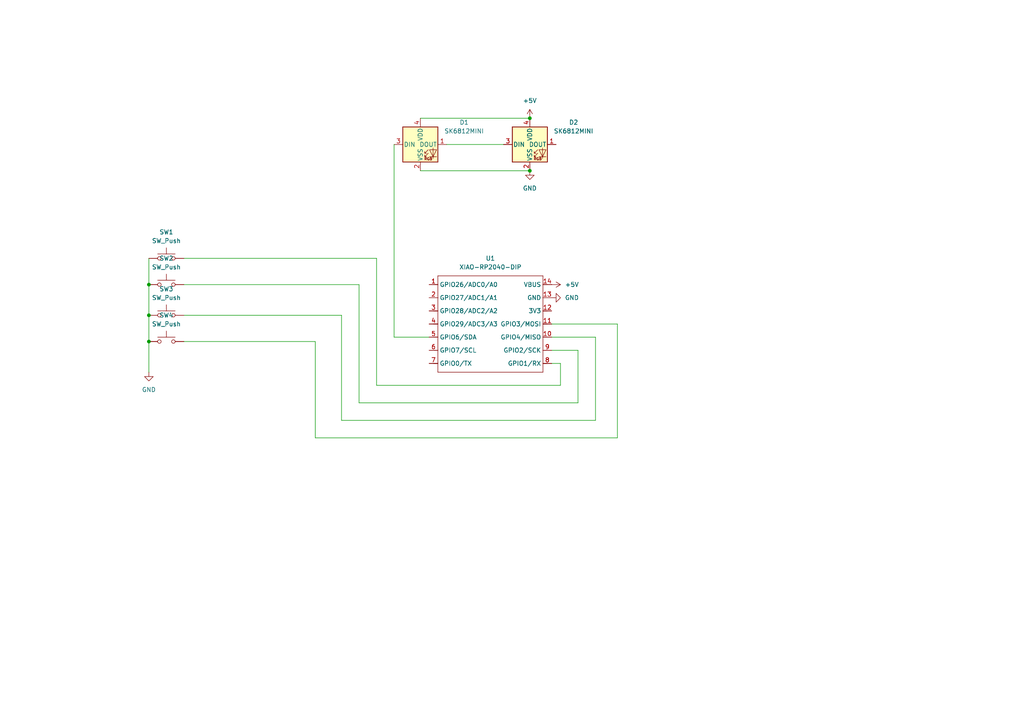
<source format=kicad_sch>
(kicad_sch
	(version 20250114)
	(generator "eeschema")
	(generator_version "9.0")
	(uuid "b37793be-2646-4ad9-994a-c074c7a00997")
	(paper "A4")
	(lib_symbols
		(symbol "LED:SK6812MINI"
			(pin_names
				(offset 0.254)
			)
			(exclude_from_sim no)
			(in_bom yes)
			(on_board yes)
			(property "Reference" "D"
				(at 5.08 5.715 0)
				(effects
					(font
						(size 1.27 1.27)
					)
					(justify right bottom)
				)
			)
			(property "Value" "SK6812MINI"
				(at 1.27 -5.715 0)
				(effects
					(font
						(size 1.27 1.27)
					)
					(justify left top)
				)
			)
			(property "Footprint" "LED_SMD:LED_SK6812MINI_PLCC4_3.5x3.5mm_P1.75mm"
				(at 1.27 -7.62 0)
				(effects
					(font
						(size 1.27 1.27)
					)
					(justify left top)
					(hide yes)
				)
			)
			(property "Datasheet" "https://cdn-shop.adafruit.com/product-files/2686/SK6812MINI_REV.01-1-2.pdf"
				(at 2.54 -9.525 0)
				(effects
					(font
						(size 1.27 1.27)
					)
					(justify left top)
					(hide yes)
				)
			)
			(property "Description" "RGB LED with integrated controller"
				(at 0 0 0)
				(effects
					(font
						(size 1.27 1.27)
					)
					(hide yes)
				)
			)
			(property "ki_keywords" "RGB LED NeoPixel Mini addressable"
				(at 0 0 0)
				(effects
					(font
						(size 1.27 1.27)
					)
					(hide yes)
				)
			)
			(property "ki_fp_filters" "LED*SK6812MINI*PLCC*3.5x3.5mm*P1.75mm*"
				(at 0 0 0)
				(effects
					(font
						(size 1.27 1.27)
					)
					(hide yes)
				)
			)
			(symbol "SK6812MINI_0_0"
				(text "RGB"
					(at 2.286 -4.191 0)
					(effects
						(font
							(size 0.762 0.762)
						)
					)
				)
			)
			(symbol "SK6812MINI_0_1"
				(polyline
					(pts
						(xy 1.27 -2.54) (xy 1.778 -2.54)
					)
					(stroke
						(width 0)
						(type default)
					)
					(fill
						(type none)
					)
				)
				(polyline
					(pts
						(xy 1.27 -3.556) (xy 1.778 -3.556)
					)
					(stroke
						(width 0)
						(type default)
					)
					(fill
						(type none)
					)
				)
				(polyline
					(pts
						(xy 2.286 -1.524) (xy 1.27 -2.54) (xy 1.27 -2.032)
					)
					(stroke
						(width 0)
						(type default)
					)
					(fill
						(type none)
					)
				)
				(polyline
					(pts
						(xy 2.286 -2.54) (xy 1.27 -3.556) (xy 1.27 -3.048)
					)
					(stroke
						(width 0)
						(type default)
					)
					(fill
						(type none)
					)
				)
				(polyline
					(pts
						(xy 3.683 -1.016) (xy 3.683 -3.556) (xy 3.683 -4.064)
					)
					(stroke
						(width 0)
						(type default)
					)
					(fill
						(type none)
					)
				)
				(polyline
					(pts
						(xy 4.699 -1.524) (xy 2.667 -1.524) (xy 3.683 -3.556) (xy 4.699 -1.524)
					)
					(stroke
						(width 0)
						(type default)
					)
					(fill
						(type none)
					)
				)
				(polyline
					(pts
						(xy 4.699 -3.556) (xy 2.667 -3.556)
					)
					(stroke
						(width 0)
						(type default)
					)
					(fill
						(type none)
					)
				)
				(rectangle
					(start 5.08 5.08)
					(end -5.08 -5.08)
					(stroke
						(width 0.254)
						(type default)
					)
					(fill
						(type background)
					)
				)
			)
			(symbol "SK6812MINI_1_1"
				(pin input line
					(at -7.62 0 0)
					(length 2.54)
					(name "DIN"
						(effects
							(font
								(size 1.27 1.27)
							)
						)
					)
					(number "3"
						(effects
							(font
								(size 1.27 1.27)
							)
						)
					)
				)
				(pin power_in line
					(at 0 7.62 270)
					(length 2.54)
					(name "VDD"
						(effects
							(font
								(size 1.27 1.27)
							)
						)
					)
					(number "4"
						(effects
							(font
								(size 1.27 1.27)
							)
						)
					)
				)
				(pin power_in line
					(at 0 -7.62 90)
					(length 2.54)
					(name "VSS"
						(effects
							(font
								(size 1.27 1.27)
							)
						)
					)
					(number "2"
						(effects
							(font
								(size 1.27 1.27)
							)
						)
					)
				)
				(pin output line
					(at 7.62 0 180)
					(length 2.54)
					(name "DOUT"
						(effects
							(font
								(size 1.27 1.27)
							)
						)
					)
					(number "1"
						(effects
							(font
								(size 1.27 1.27)
							)
						)
					)
				)
			)
			(embedded_fonts no)
		)
		(symbol "OPL:XIAO-RP2040-DIP"
			(exclude_from_sim no)
			(in_bom yes)
			(on_board yes)
			(property "Reference" "U"
				(at 0 0 0)
				(effects
					(font
						(size 1.27 1.27)
					)
				)
			)
			(property "Value" "XIAO-RP2040-DIP"
				(at 5.334 -1.778 0)
				(effects
					(font
						(size 1.27 1.27)
					)
				)
			)
			(property "Footprint" "Module:MOUDLE14P-XIAO-DIP-SMD"
				(at 14.478 -32.258 0)
				(effects
					(font
						(size 1.27 1.27)
					)
					(hide yes)
				)
			)
			(property "Datasheet" ""
				(at 0 0 0)
				(effects
					(font
						(size 1.27 1.27)
					)
					(hide yes)
				)
			)
			(property "Description" ""
				(at 0 0 0)
				(effects
					(font
						(size 1.27 1.27)
					)
					(hide yes)
				)
			)
			(symbol "XIAO-RP2040-DIP_1_0"
				(polyline
					(pts
						(xy -1.27 -2.54) (xy 29.21 -2.54)
					)
					(stroke
						(width 0.1524)
						(type solid)
					)
					(fill
						(type none)
					)
				)
				(polyline
					(pts
						(xy -1.27 -5.08) (xy -2.54 -5.08)
					)
					(stroke
						(width 0.1524)
						(type solid)
					)
					(fill
						(type none)
					)
				)
				(polyline
					(pts
						(xy -1.27 -5.08) (xy -1.27 -2.54)
					)
					(stroke
						(width 0.1524)
						(type solid)
					)
					(fill
						(type none)
					)
				)
				(polyline
					(pts
						(xy -1.27 -8.89) (xy -2.54 -8.89)
					)
					(stroke
						(width 0.1524)
						(type solid)
					)
					(fill
						(type none)
					)
				)
				(polyline
					(pts
						(xy -1.27 -8.89) (xy -1.27 -5.08)
					)
					(stroke
						(width 0.1524)
						(type solid)
					)
					(fill
						(type none)
					)
				)
				(polyline
					(pts
						(xy -1.27 -12.7) (xy -2.54 -12.7)
					)
					(stroke
						(width 0.1524)
						(type solid)
					)
					(fill
						(type none)
					)
				)
				(polyline
					(pts
						(xy -1.27 -12.7) (xy -1.27 -8.89)
					)
					(stroke
						(width 0.1524)
						(type solid)
					)
					(fill
						(type none)
					)
				)
				(polyline
					(pts
						(xy -1.27 -16.51) (xy -2.54 -16.51)
					)
					(stroke
						(width 0.1524)
						(type solid)
					)
					(fill
						(type none)
					)
				)
				(polyline
					(pts
						(xy -1.27 -16.51) (xy -1.27 -12.7)
					)
					(stroke
						(width 0.1524)
						(type solid)
					)
					(fill
						(type none)
					)
				)
				(polyline
					(pts
						(xy -1.27 -20.32) (xy -2.54 -20.32)
					)
					(stroke
						(width 0.1524)
						(type solid)
					)
					(fill
						(type none)
					)
				)
				(polyline
					(pts
						(xy -1.27 -24.13) (xy -2.54 -24.13)
					)
					(stroke
						(width 0.1524)
						(type solid)
					)
					(fill
						(type none)
					)
				)
				(polyline
					(pts
						(xy -1.27 -27.94) (xy -2.54 -27.94)
					)
					(stroke
						(width 0.1524)
						(type solid)
					)
					(fill
						(type none)
					)
				)
				(polyline
					(pts
						(xy -1.27 -30.48) (xy -1.27 -16.51)
					)
					(stroke
						(width 0.1524)
						(type solid)
					)
					(fill
						(type none)
					)
				)
				(polyline
					(pts
						(xy 29.21 -2.54) (xy 29.21 -5.08)
					)
					(stroke
						(width 0.1524)
						(type solid)
					)
					(fill
						(type none)
					)
				)
				(polyline
					(pts
						(xy 29.21 -5.08) (xy 29.21 -8.89)
					)
					(stroke
						(width 0.1524)
						(type solid)
					)
					(fill
						(type none)
					)
				)
				(polyline
					(pts
						(xy 29.21 -8.89) (xy 29.21 -12.7)
					)
					(stroke
						(width 0.1524)
						(type solid)
					)
					(fill
						(type none)
					)
				)
				(polyline
					(pts
						(xy 29.21 -12.7) (xy 29.21 -30.48)
					)
					(stroke
						(width 0.1524)
						(type solid)
					)
					(fill
						(type none)
					)
				)
				(polyline
					(pts
						(xy 29.21 -30.48) (xy -1.27 -30.48)
					)
					(stroke
						(width 0.1524)
						(type solid)
					)
					(fill
						(type none)
					)
				)
				(polyline
					(pts
						(xy 30.48 -5.08) (xy 29.21 -5.08)
					)
					(stroke
						(width 0.1524)
						(type solid)
					)
					(fill
						(type none)
					)
				)
				(polyline
					(pts
						(xy 30.48 -8.89) (xy 29.21 -8.89)
					)
					(stroke
						(width 0.1524)
						(type solid)
					)
					(fill
						(type none)
					)
				)
				(polyline
					(pts
						(xy 30.48 -12.7) (xy 29.21 -12.7)
					)
					(stroke
						(width 0.1524)
						(type solid)
					)
					(fill
						(type none)
					)
				)
				(polyline
					(pts
						(xy 30.48 -16.51) (xy 29.21 -16.51)
					)
					(stroke
						(width 0.1524)
						(type solid)
					)
					(fill
						(type none)
					)
				)
				(polyline
					(pts
						(xy 30.48 -20.32) (xy 29.21 -20.32)
					)
					(stroke
						(width 0.1524)
						(type solid)
					)
					(fill
						(type none)
					)
				)
				(polyline
					(pts
						(xy 30.48 -24.13) (xy 29.21 -24.13)
					)
					(stroke
						(width 0.1524)
						(type solid)
					)
					(fill
						(type none)
					)
				)
				(polyline
					(pts
						(xy 30.48 -27.94) (xy 29.21 -27.94)
					)
					(stroke
						(width 0.1524)
						(type solid)
					)
					(fill
						(type none)
					)
				)
				(pin passive line
					(at -3.81 -5.08 0)
					(length 2.54)
					(name "GPIO26/ADC0/A0"
						(effects
							(font
								(size 1.27 1.27)
							)
						)
					)
					(number "1"
						(effects
							(font
								(size 1.27 1.27)
							)
						)
					)
				)
				(pin passive line
					(at -3.81 -8.89 0)
					(length 2.54)
					(name "GPIO27/ADC1/A1"
						(effects
							(font
								(size 1.27 1.27)
							)
						)
					)
					(number "2"
						(effects
							(font
								(size 1.27 1.27)
							)
						)
					)
				)
				(pin passive line
					(at -3.81 -12.7 0)
					(length 2.54)
					(name "GPIO28/ADC2/A2"
						(effects
							(font
								(size 1.27 1.27)
							)
						)
					)
					(number "3"
						(effects
							(font
								(size 1.27 1.27)
							)
						)
					)
				)
				(pin passive line
					(at -3.81 -16.51 0)
					(length 2.54)
					(name "GPIO29/ADC3/A3"
						(effects
							(font
								(size 1.27 1.27)
							)
						)
					)
					(number "4"
						(effects
							(font
								(size 1.27 1.27)
							)
						)
					)
				)
				(pin passive line
					(at -3.81 -20.32 0)
					(length 2.54)
					(name "GPIO6/SDA"
						(effects
							(font
								(size 1.27 1.27)
							)
						)
					)
					(number "5"
						(effects
							(font
								(size 1.27 1.27)
							)
						)
					)
				)
				(pin passive line
					(at -3.81 -24.13 0)
					(length 2.54)
					(name "GPIO7/SCL"
						(effects
							(font
								(size 1.27 1.27)
							)
						)
					)
					(number "6"
						(effects
							(font
								(size 1.27 1.27)
							)
						)
					)
				)
				(pin passive line
					(at -3.81 -27.94 0)
					(length 2.54)
					(name "GPIO0/TX"
						(effects
							(font
								(size 1.27 1.27)
							)
						)
					)
					(number "7"
						(effects
							(font
								(size 1.27 1.27)
							)
						)
					)
				)
				(pin passive line
					(at 31.75 -5.08 180)
					(length 2.54)
					(name "VBUS"
						(effects
							(font
								(size 1.27 1.27)
							)
						)
					)
					(number "14"
						(effects
							(font
								(size 1.27 1.27)
							)
						)
					)
				)
				(pin passive line
					(at 31.75 -8.89 180)
					(length 2.54)
					(name "GND"
						(effects
							(font
								(size 1.27 1.27)
							)
						)
					)
					(number "13"
						(effects
							(font
								(size 1.27 1.27)
							)
						)
					)
				)
				(pin passive line
					(at 31.75 -12.7 180)
					(length 2.54)
					(name "3V3"
						(effects
							(font
								(size 1.27 1.27)
							)
						)
					)
					(number "12"
						(effects
							(font
								(size 1.27 1.27)
							)
						)
					)
				)
				(pin passive line
					(at 31.75 -16.51 180)
					(length 2.54)
					(name "GPIO3/MOSI"
						(effects
							(font
								(size 1.27 1.27)
							)
						)
					)
					(number "11"
						(effects
							(font
								(size 1.27 1.27)
							)
						)
					)
				)
				(pin passive line
					(at 31.75 -20.32 180)
					(length 2.54)
					(name "GPIO4/MISO"
						(effects
							(font
								(size 1.27 1.27)
							)
						)
					)
					(number "10"
						(effects
							(font
								(size 1.27 1.27)
							)
						)
					)
				)
				(pin passive line
					(at 31.75 -24.13 180)
					(length 2.54)
					(name "GPIO2/SCK"
						(effects
							(font
								(size 1.27 1.27)
							)
						)
					)
					(number "9"
						(effects
							(font
								(size 1.27 1.27)
							)
						)
					)
				)
				(pin passive line
					(at 31.75 -27.94 180)
					(length 2.54)
					(name "GPIO1/RX"
						(effects
							(font
								(size 1.27 1.27)
							)
						)
					)
					(number "8"
						(effects
							(font
								(size 1.27 1.27)
							)
						)
					)
				)
			)
			(embedded_fonts no)
		)
		(symbol "Switch:SW_Push"
			(pin_numbers
				(hide yes)
			)
			(pin_names
				(offset 1.016)
				(hide yes)
			)
			(exclude_from_sim no)
			(in_bom yes)
			(on_board yes)
			(property "Reference" "SW"
				(at 1.27 2.54 0)
				(effects
					(font
						(size 1.27 1.27)
					)
					(justify left)
				)
			)
			(property "Value" "SW_Push"
				(at 0 -1.524 0)
				(effects
					(font
						(size 1.27 1.27)
					)
				)
			)
			(property "Footprint" ""
				(at 0 5.08 0)
				(effects
					(font
						(size 1.27 1.27)
					)
					(hide yes)
				)
			)
			(property "Datasheet" "~"
				(at 0 5.08 0)
				(effects
					(font
						(size 1.27 1.27)
					)
					(hide yes)
				)
			)
			(property "Description" "Push button switch, generic, two pins"
				(at 0 0 0)
				(effects
					(font
						(size 1.27 1.27)
					)
					(hide yes)
				)
			)
			(property "ki_keywords" "switch normally-open pushbutton push-button"
				(at 0 0 0)
				(effects
					(font
						(size 1.27 1.27)
					)
					(hide yes)
				)
			)
			(symbol "SW_Push_0_1"
				(circle
					(center -2.032 0)
					(radius 0.508)
					(stroke
						(width 0)
						(type default)
					)
					(fill
						(type none)
					)
				)
				(polyline
					(pts
						(xy 0 1.27) (xy 0 3.048)
					)
					(stroke
						(width 0)
						(type default)
					)
					(fill
						(type none)
					)
				)
				(circle
					(center 2.032 0)
					(radius 0.508)
					(stroke
						(width 0)
						(type default)
					)
					(fill
						(type none)
					)
				)
				(polyline
					(pts
						(xy 2.54 1.27) (xy -2.54 1.27)
					)
					(stroke
						(width 0)
						(type default)
					)
					(fill
						(type none)
					)
				)
				(pin passive line
					(at -5.08 0 0)
					(length 2.54)
					(name "1"
						(effects
							(font
								(size 1.27 1.27)
							)
						)
					)
					(number "1"
						(effects
							(font
								(size 1.27 1.27)
							)
						)
					)
				)
				(pin passive line
					(at 5.08 0 180)
					(length 2.54)
					(name "2"
						(effects
							(font
								(size 1.27 1.27)
							)
						)
					)
					(number "2"
						(effects
							(font
								(size 1.27 1.27)
							)
						)
					)
				)
			)
			(embedded_fonts no)
		)
		(symbol "power:+5V"
			(power)
			(pin_numbers
				(hide yes)
			)
			(pin_names
				(offset 0)
				(hide yes)
			)
			(exclude_from_sim no)
			(in_bom yes)
			(on_board yes)
			(property "Reference" "#PWR"
				(at 0 -3.81 0)
				(effects
					(font
						(size 1.27 1.27)
					)
					(hide yes)
				)
			)
			(property "Value" "+5V"
				(at 0 3.556 0)
				(effects
					(font
						(size 1.27 1.27)
					)
				)
			)
			(property "Footprint" ""
				(at 0 0 0)
				(effects
					(font
						(size 1.27 1.27)
					)
					(hide yes)
				)
			)
			(property "Datasheet" ""
				(at 0 0 0)
				(effects
					(font
						(size 1.27 1.27)
					)
					(hide yes)
				)
			)
			(property "Description" "Power symbol creates a global label with name \"+5V\""
				(at 0 0 0)
				(effects
					(font
						(size 1.27 1.27)
					)
					(hide yes)
				)
			)
			(property "ki_keywords" "global power"
				(at 0 0 0)
				(effects
					(font
						(size 1.27 1.27)
					)
					(hide yes)
				)
			)
			(symbol "+5V_0_1"
				(polyline
					(pts
						(xy -0.762 1.27) (xy 0 2.54)
					)
					(stroke
						(width 0)
						(type default)
					)
					(fill
						(type none)
					)
				)
				(polyline
					(pts
						(xy 0 2.54) (xy 0.762 1.27)
					)
					(stroke
						(width 0)
						(type default)
					)
					(fill
						(type none)
					)
				)
				(polyline
					(pts
						(xy 0 0) (xy 0 2.54)
					)
					(stroke
						(width 0)
						(type default)
					)
					(fill
						(type none)
					)
				)
			)
			(symbol "+5V_1_1"
				(pin power_in line
					(at 0 0 90)
					(length 0)
					(name "~"
						(effects
							(font
								(size 1.27 1.27)
							)
						)
					)
					(number "1"
						(effects
							(font
								(size 1.27 1.27)
							)
						)
					)
				)
			)
			(embedded_fonts no)
		)
		(symbol "power:GND"
			(power)
			(pin_numbers
				(hide yes)
			)
			(pin_names
				(offset 0)
				(hide yes)
			)
			(exclude_from_sim no)
			(in_bom yes)
			(on_board yes)
			(property "Reference" "#PWR"
				(at 0 -6.35 0)
				(effects
					(font
						(size 1.27 1.27)
					)
					(hide yes)
				)
			)
			(property "Value" "GND"
				(at 0 -3.81 0)
				(effects
					(font
						(size 1.27 1.27)
					)
				)
			)
			(property "Footprint" ""
				(at 0 0 0)
				(effects
					(font
						(size 1.27 1.27)
					)
					(hide yes)
				)
			)
			(property "Datasheet" ""
				(at 0 0 0)
				(effects
					(font
						(size 1.27 1.27)
					)
					(hide yes)
				)
			)
			(property "Description" "Power symbol creates a global label with name \"GND\" , ground"
				(at 0 0 0)
				(effects
					(font
						(size 1.27 1.27)
					)
					(hide yes)
				)
			)
			(property "ki_keywords" "global power"
				(at 0 0 0)
				(effects
					(font
						(size 1.27 1.27)
					)
					(hide yes)
				)
			)
			(symbol "GND_0_1"
				(polyline
					(pts
						(xy 0 0) (xy 0 -1.27) (xy 1.27 -1.27) (xy 0 -2.54) (xy -1.27 -1.27) (xy 0 -1.27)
					)
					(stroke
						(width 0)
						(type default)
					)
					(fill
						(type none)
					)
				)
			)
			(symbol "GND_1_1"
				(pin power_in line
					(at 0 0 270)
					(length 0)
					(name "~"
						(effects
							(font
								(size 1.27 1.27)
							)
						)
					)
					(number "1"
						(effects
							(font
								(size 1.27 1.27)
							)
						)
					)
				)
			)
			(embedded_fonts no)
		)
	)
	(junction
		(at 153.67 49.53)
		(diameter 0)
		(color 0 0 0 0)
		(uuid "4f14e531-9830-4808-83d4-c1fb71e680e2")
	)
	(junction
		(at 43.18 82.55)
		(diameter 0)
		(color 0 0 0 0)
		(uuid "688c49ce-37df-4604-9b01-a1fa28611141")
	)
	(junction
		(at 43.18 91.44)
		(diameter 0)
		(color 0 0 0 0)
		(uuid "9a6c44b2-fc19-40af-899e-75222350362e")
	)
	(junction
		(at 43.18 99.06)
		(diameter 0)
		(color 0 0 0 0)
		(uuid "b4a66cd6-ddcd-4472-887a-fb5be017c8dc")
	)
	(junction
		(at 153.67 34.29)
		(diameter 0)
		(color 0 0 0 0)
		(uuid "f62de90e-4c90-4745-98b2-21dd30d37a67")
	)
	(wire
		(pts
			(xy 43.18 82.55) (xy 43.18 91.44)
		)
		(stroke
			(width 0)
			(type default)
		)
		(uuid "079030b4-5b11-4c70-9688-bc29b348df8a")
	)
	(wire
		(pts
			(xy 104.14 82.55) (xy 53.34 82.55)
		)
		(stroke
			(width 0)
			(type default)
		)
		(uuid "13ebcfc1-fa52-409f-aec9-b91b0735162a")
	)
	(wire
		(pts
			(xy 43.18 91.44) (xy 43.18 99.06)
		)
		(stroke
			(width 0)
			(type default)
		)
		(uuid "3b75d050-ef54-4fac-8d4c-4b864261618c")
	)
	(wire
		(pts
			(xy 179.07 93.98) (xy 179.07 127)
		)
		(stroke
			(width 0)
			(type default)
		)
		(uuid "46f3f14b-f38a-4cd7-9767-7c0fca13dbcc")
	)
	(wire
		(pts
			(xy 99.06 91.44) (xy 53.34 91.44)
		)
		(stroke
			(width 0)
			(type default)
		)
		(uuid "5f78d1d5-b41a-4087-9728-6a61bafdfcec")
	)
	(wire
		(pts
			(xy 162.56 105.41) (xy 162.56 111.76)
		)
		(stroke
			(width 0)
			(type default)
		)
		(uuid "6256fb4b-c181-41d1-8850-a34b9a5b1ead")
	)
	(wire
		(pts
			(xy 121.92 49.53) (xy 153.67 49.53)
		)
		(stroke
			(width 0)
			(type default)
		)
		(uuid "64e196a2-9cdd-4dcf-b2d0-7626cc970c22")
	)
	(wire
		(pts
			(xy 114.3 97.79) (xy 124.46 97.79)
		)
		(stroke
			(width 0)
			(type default)
		)
		(uuid "661e6f3f-1873-4e28-a3c4-93977ba0ac4d")
	)
	(wire
		(pts
			(xy 91.44 127) (xy 91.44 99.06)
		)
		(stroke
			(width 0)
			(type default)
		)
		(uuid "7a3881a7-95ff-458a-8830-36b5665cd75a")
	)
	(wire
		(pts
			(xy 162.56 111.76) (xy 109.22 111.76)
		)
		(stroke
			(width 0)
			(type default)
		)
		(uuid "7de146a7-cc36-45ed-b53e-4236f52c664e")
	)
	(wire
		(pts
			(xy 167.64 116.84) (xy 104.14 116.84)
		)
		(stroke
			(width 0)
			(type default)
		)
		(uuid "8dcbebc1-b811-4d72-9de0-0f2f40210f9e")
	)
	(wire
		(pts
			(xy 53.34 99.06) (xy 91.44 99.06)
		)
		(stroke
			(width 0)
			(type default)
		)
		(uuid "9bf720d8-10c0-436a-b9bf-4d66fcc2f4e9")
	)
	(wire
		(pts
			(xy 167.64 101.6) (xy 167.64 116.84)
		)
		(stroke
			(width 0)
			(type default)
		)
		(uuid "a61a7533-6025-4f05-82cc-9b0dd9d868e1")
	)
	(wire
		(pts
			(xy 129.54 41.91) (xy 146.05 41.91)
		)
		(stroke
			(width 0)
			(type default)
		)
		(uuid "a9b1a0e3-030a-4974-8db5-3a940f10ac24")
	)
	(wire
		(pts
			(xy 160.02 101.6) (xy 167.64 101.6)
		)
		(stroke
			(width 0)
			(type default)
		)
		(uuid "ac36bfd3-4d7e-4dff-93c4-3df03357aa20")
	)
	(wire
		(pts
			(xy 109.22 74.93) (xy 53.34 74.93)
		)
		(stroke
			(width 0)
			(type default)
		)
		(uuid "bd5222cc-edfb-4a21-b5f2-6d054fe22886")
	)
	(wire
		(pts
			(xy 172.72 121.92) (xy 99.06 121.92)
		)
		(stroke
			(width 0)
			(type default)
		)
		(uuid "c1b01a0e-3b2c-4aeb-975d-307bd81ce9ab")
	)
	(wire
		(pts
			(xy 179.07 127) (xy 91.44 127)
		)
		(stroke
			(width 0)
			(type default)
		)
		(uuid "c8b97f3a-5bb9-4ed1-bc73-4d0e703f59dd")
	)
	(wire
		(pts
			(xy 160.02 93.98) (xy 179.07 93.98)
		)
		(stroke
			(width 0)
			(type default)
		)
		(uuid "d1bd3b04-93e2-4ce5-8bf2-05db969356bf")
	)
	(wire
		(pts
			(xy 121.92 34.29) (xy 153.67 34.29)
		)
		(stroke
			(width 0)
			(type default)
		)
		(uuid "dd78b630-6125-4bf6-9a09-fca8dc7913ca")
	)
	(wire
		(pts
			(xy 43.18 99.06) (xy 43.18 107.95)
		)
		(stroke
			(width 0)
			(type default)
		)
		(uuid "e3f95e96-8bea-41e7-9963-b8db2bf776ee")
	)
	(wire
		(pts
			(xy 99.06 121.92) (xy 99.06 91.44)
		)
		(stroke
			(width 0)
			(type default)
		)
		(uuid "e4469249-30c3-4da1-b410-efb8bd740405")
	)
	(wire
		(pts
			(xy 160.02 105.41) (xy 162.56 105.41)
		)
		(stroke
			(width 0)
			(type default)
		)
		(uuid "ea5f153c-ae3c-4dd1-9c81-ae6d857cce3d")
	)
	(wire
		(pts
			(xy 109.22 111.76) (xy 109.22 74.93)
		)
		(stroke
			(width 0)
			(type default)
		)
		(uuid "eae65719-28f7-417f-920f-6341cefcd544")
	)
	(wire
		(pts
			(xy 104.14 116.84) (xy 104.14 82.55)
		)
		(stroke
			(width 0)
			(type default)
		)
		(uuid "eca485d5-02bd-4b9b-a63f-cf912412119f")
	)
	(wire
		(pts
			(xy 172.72 97.79) (xy 172.72 121.92)
		)
		(stroke
			(width 0)
			(type default)
		)
		(uuid "eeef1c62-0fdf-442e-8cb8-27931d7a5c1a")
	)
	(wire
		(pts
			(xy 160.02 97.79) (xy 172.72 97.79)
		)
		(stroke
			(width 0)
			(type default)
		)
		(uuid "f2a2ed0b-332c-4b24-81b9-b99a7c3dd844")
	)
	(wire
		(pts
			(xy 114.3 41.91) (xy 114.3 97.79)
		)
		(stroke
			(width 0)
			(type default)
		)
		(uuid "f8962a2e-9d75-49b5-aaaf-5755437a9994")
	)
	(wire
		(pts
			(xy 43.18 74.93) (xy 43.18 82.55)
		)
		(stroke
			(width 0)
			(type default)
		)
		(uuid "fa9a5690-4c79-498d-a721-698c548837a5")
	)
	(symbol
		(lib_id "LED:SK6812MINI")
		(at 121.92 41.91 0)
		(unit 1)
		(exclude_from_sim no)
		(in_bom yes)
		(on_board yes)
		(dnp no)
		(fields_autoplaced yes)
		(uuid "01cba6d8-61d7-488b-b006-81dec9b1c583")
		(property "Reference" "D1"
			(at 134.62 35.4898 0)
			(effects
				(font
					(size 1.27 1.27)
				)
			)
		)
		(property "Value" "SK6812MINI"
			(at 134.62 38.0298 0)
			(effects
				(font
					(size 1.27 1.27)
				)
			)
		)
		(property "Footprint" "LED_SMD:LED_SK6812MINI_PLCC4_3.5x3.5mm_P1.75mm"
			(at 123.19 49.53 0)
			(effects
				(font
					(size 1.27 1.27)
				)
				(justify left top)
				(hide yes)
			)
		)
		(property "Datasheet" "https://cdn-shop.adafruit.com/product-files/2686/SK6812MINI_REV.01-1-2.pdf"
			(at 124.46 51.435 0)
			(effects
				(font
					(size 1.27 1.27)
				)
				(justify left top)
				(hide yes)
			)
		)
		(property "Description" "RGB LED with integrated controller"
			(at 121.92 41.91 0)
			(effects
				(font
					(size 1.27 1.27)
				)
				(hide yes)
			)
		)
		(pin "3"
			(uuid "9866e585-ac71-44e4-adca-c906ee4c652f")
		)
		(pin "4"
			(uuid "528b19a9-05bb-4fe3-ad28-f0676bd73e4c")
		)
		(pin "2"
			(uuid "dea01241-797b-4420-a675-04b4f81a76ba")
		)
		(pin "1"
			(uuid "6265176a-3c92-4e8a-8e22-2bc6204293a5")
		)
		(instances
			(project ""
				(path "/b37793be-2646-4ad9-994a-c074c7a00997"
					(reference "D1")
					(unit 1)
				)
			)
		)
	)
	(symbol
		(lib_id "Switch:SW_Push")
		(at 48.26 74.93 0)
		(unit 1)
		(exclude_from_sim no)
		(in_bom yes)
		(on_board yes)
		(dnp no)
		(fields_autoplaced yes)
		(uuid "08d9e18c-6869-467b-bf05-d3e985b968b3")
		(property "Reference" "SW1"
			(at 48.26 67.31 0)
			(effects
				(font
					(size 1.27 1.27)
				)
			)
		)
		(property "Value" "SW_Push"
			(at 48.26 69.85 0)
			(effects
				(font
					(size 1.27 1.27)
				)
			)
		)
		(property "Footprint" "Button_Switch_Keyboard:SW_Cherry_MX_1.00u_PCB"
			(at 48.26 69.85 0)
			(effects
				(font
					(size 1.27 1.27)
				)
				(hide yes)
			)
		)
		(property "Datasheet" "~"
			(at 48.26 69.85 0)
			(effects
				(font
					(size 1.27 1.27)
				)
				(hide yes)
			)
		)
		(property "Description" "Push button switch, generic, two pins"
			(at 48.26 74.93 0)
			(effects
				(font
					(size 1.27 1.27)
				)
				(hide yes)
			)
		)
		(pin "1"
			(uuid "689c92d4-eecf-4607-84df-7ce9a11bc82c")
		)
		(pin "2"
			(uuid "203dde4c-32e0-45df-85a7-0f36b4ba8980")
		)
		(instances
			(project ""
				(path "/b37793be-2646-4ad9-994a-c074c7a00997"
					(reference "SW1")
					(unit 1)
				)
			)
		)
	)
	(symbol
		(lib_id "power:GND")
		(at 43.18 107.95 0)
		(unit 1)
		(exclude_from_sim no)
		(in_bom yes)
		(on_board yes)
		(dnp no)
		(fields_autoplaced yes)
		(uuid "18df253c-a33b-4e6f-add2-0fcded1384d7")
		(property "Reference" "#PWR05"
			(at 43.18 114.3 0)
			(effects
				(font
					(size 1.27 1.27)
				)
				(hide yes)
			)
		)
		(property "Value" "GND"
			(at 43.18 113.03 0)
			(effects
				(font
					(size 1.27 1.27)
				)
			)
		)
		(property "Footprint" ""
			(at 43.18 107.95 0)
			(effects
				(font
					(size 1.27 1.27)
				)
				(hide yes)
			)
		)
		(property "Datasheet" ""
			(at 43.18 107.95 0)
			(effects
				(font
					(size 1.27 1.27)
				)
				(hide yes)
			)
		)
		(property "Description" "Power symbol creates a global label with name \"GND\" , ground"
			(at 43.18 107.95 0)
			(effects
				(font
					(size 1.27 1.27)
				)
				(hide yes)
			)
		)
		(pin "1"
			(uuid "6d39c62a-3265-4990-a52e-55d8fa251e08")
		)
		(instances
			(project ""
				(path "/b37793be-2646-4ad9-994a-c074c7a00997"
					(reference "#PWR05")
					(unit 1)
				)
			)
		)
	)
	(symbol
		(lib_id "Switch:SW_Push")
		(at 48.26 82.55 0)
		(unit 1)
		(exclude_from_sim no)
		(in_bom yes)
		(on_board yes)
		(dnp no)
		(fields_autoplaced yes)
		(uuid "30f2cd28-c8bc-4323-8478-57c90dbe3c1d")
		(property "Reference" "SW2"
			(at 48.26 74.93 0)
			(effects
				(font
					(size 1.27 1.27)
				)
			)
		)
		(property "Value" "SW_Push"
			(at 48.26 77.47 0)
			(effects
				(font
					(size 1.27 1.27)
				)
			)
		)
		(property "Footprint" "Button_Switch_Keyboard:SW_Cherry_MX_1.00u_PCB"
			(at 48.26 77.47 0)
			(effects
				(font
					(size 1.27 1.27)
				)
				(hide yes)
			)
		)
		(property "Datasheet" "~"
			(at 48.26 77.47 0)
			(effects
				(font
					(size 1.27 1.27)
				)
				(hide yes)
			)
		)
		(property "Description" "Push button switch, generic, two pins"
			(at 48.26 82.55 0)
			(effects
				(font
					(size 1.27 1.27)
				)
				(hide yes)
			)
		)
		(pin "2"
			(uuid "5ac48b21-5cee-426d-985a-2a7cf6ef78cb")
		)
		(pin "1"
			(uuid "e053676f-86a6-467c-8dad-9e983da3ca7a")
		)
		(instances
			(project ""
				(path "/b37793be-2646-4ad9-994a-c074c7a00997"
					(reference "SW2")
					(unit 1)
				)
			)
		)
	)
	(symbol
		(lib_id "power:GND")
		(at 160.02 86.36 90)
		(unit 1)
		(exclude_from_sim no)
		(in_bom yes)
		(on_board yes)
		(dnp no)
		(fields_autoplaced yes)
		(uuid "40d62b70-0e48-4c4e-be35-2693246b9e25")
		(property "Reference" "#PWR03"
			(at 166.37 86.36 0)
			(effects
				(font
					(size 1.27 1.27)
				)
				(hide yes)
			)
		)
		(property "Value" "GND"
			(at 163.83 86.3599 90)
			(effects
				(font
					(size 1.27 1.27)
				)
				(justify right)
			)
		)
		(property "Footprint" ""
			(at 160.02 86.36 0)
			(effects
				(font
					(size 1.27 1.27)
				)
				(hide yes)
			)
		)
		(property "Datasheet" ""
			(at 160.02 86.36 0)
			(effects
				(font
					(size 1.27 1.27)
				)
				(hide yes)
			)
		)
		(property "Description" "Power symbol creates a global label with name \"GND\" , ground"
			(at 160.02 86.36 0)
			(effects
				(font
					(size 1.27 1.27)
				)
				(hide yes)
			)
		)
		(pin "1"
			(uuid "b93806f4-2a18-44d0-acfe-f805c3c53670")
		)
		(instances
			(project ""
				(path "/b37793be-2646-4ad9-994a-c074c7a00997"
					(reference "#PWR03")
					(unit 1)
				)
			)
		)
	)
	(symbol
		(lib_id "power:+5V")
		(at 153.67 34.29 0)
		(unit 1)
		(exclude_from_sim no)
		(in_bom yes)
		(on_board yes)
		(dnp no)
		(fields_autoplaced yes)
		(uuid "55d5724a-8c74-448c-830e-dd623757f1dd")
		(property "Reference" "#PWR01"
			(at 153.67 38.1 0)
			(effects
				(font
					(size 1.27 1.27)
				)
				(hide yes)
			)
		)
		(property "Value" "+5V"
			(at 153.67 29.21 0)
			(effects
				(font
					(size 1.27 1.27)
				)
			)
		)
		(property "Footprint" ""
			(at 153.67 34.29 0)
			(effects
				(font
					(size 1.27 1.27)
				)
				(hide yes)
			)
		)
		(property "Datasheet" ""
			(at 153.67 34.29 0)
			(effects
				(font
					(size 1.27 1.27)
				)
				(hide yes)
			)
		)
		(property "Description" "Power symbol creates a global label with name \"+5V\""
			(at 153.67 34.29 0)
			(effects
				(font
					(size 1.27 1.27)
				)
				(hide yes)
			)
		)
		(pin "1"
			(uuid "03551489-3463-40d2-9323-ceaf5a677751")
		)
		(instances
			(project ""
				(path "/b37793be-2646-4ad9-994a-c074c7a00997"
					(reference "#PWR01")
					(unit 1)
				)
			)
		)
	)
	(symbol
		(lib_id "LED:SK6812MINI")
		(at 153.67 41.91 0)
		(unit 1)
		(exclude_from_sim no)
		(in_bom yes)
		(on_board yes)
		(dnp no)
		(fields_autoplaced yes)
		(uuid "5a8548d0-398b-4928-867a-0195161239b5")
		(property "Reference" "D2"
			(at 166.37 35.4898 0)
			(effects
				(font
					(size 1.27 1.27)
				)
			)
		)
		(property "Value" "SK6812MINI"
			(at 166.37 38.0298 0)
			(effects
				(font
					(size 1.27 1.27)
				)
			)
		)
		(property "Footprint" "LED_SMD:LED_SK6812MINI_PLCC4_3.5x3.5mm_P1.75mm"
			(at 154.94 49.53 0)
			(effects
				(font
					(size 1.27 1.27)
				)
				(justify left top)
				(hide yes)
			)
		)
		(property "Datasheet" "https://cdn-shop.adafruit.com/product-files/2686/SK6812MINI_REV.01-1-2.pdf"
			(at 156.21 51.435 0)
			(effects
				(font
					(size 1.27 1.27)
				)
				(justify left top)
				(hide yes)
			)
		)
		(property "Description" "RGB LED with integrated controller"
			(at 153.67 41.91 0)
			(effects
				(font
					(size 1.27 1.27)
				)
				(hide yes)
			)
		)
		(pin "2"
			(uuid "62506fea-1359-4ed0-9918-ffad323fa5e6")
		)
		(pin "4"
			(uuid "663f99db-b2b7-4cda-a6a4-309e5b5d9557")
		)
		(pin "1"
			(uuid "66fb5537-3049-44cb-bf7f-373d2e2c828c")
		)
		(pin "3"
			(uuid "1e1ffacb-e930-4f28-848e-31b1f9255c6e")
		)
		(instances
			(project ""
				(path "/b37793be-2646-4ad9-994a-c074c7a00997"
					(reference "D2")
					(unit 1)
				)
			)
		)
	)
	(symbol
		(lib_id "power:GND")
		(at 153.67 49.53 0)
		(unit 1)
		(exclude_from_sim no)
		(in_bom yes)
		(on_board yes)
		(dnp no)
		(fields_autoplaced yes)
		(uuid "7ac38f9a-e61e-45c1-aec1-8be9bbb22df7")
		(property "Reference" "#PWR04"
			(at 153.67 55.88 0)
			(effects
				(font
					(size 1.27 1.27)
				)
				(hide yes)
			)
		)
		(property "Value" "GND"
			(at 153.67 54.61 0)
			(effects
				(font
					(size 1.27 1.27)
				)
			)
		)
		(property "Footprint" ""
			(at 153.67 49.53 0)
			(effects
				(font
					(size 1.27 1.27)
				)
				(hide yes)
			)
		)
		(property "Datasheet" ""
			(at 153.67 49.53 0)
			(effects
				(font
					(size 1.27 1.27)
				)
				(hide yes)
			)
		)
		(property "Description" "Power symbol creates a global label with name \"GND\" , ground"
			(at 153.67 49.53 0)
			(effects
				(font
					(size 1.27 1.27)
				)
				(hide yes)
			)
		)
		(pin "1"
			(uuid "de6e674b-69ee-4984-865f-c94ecdcbe350")
		)
		(instances
			(project ""
				(path "/b37793be-2646-4ad9-994a-c074c7a00997"
					(reference "#PWR04")
					(unit 1)
				)
			)
		)
	)
	(symbol
		(lib_id "Switch:SW_Push")
		(at 48.26 99.06 0)
		(unit 1)
		(exclude_from_sim no)
		(in_bom yes)
		(on_board yes)
		(dnp no)
		(fields_autoplaced yes)
		(uuid "888f38c2-a8cc-4db4-b23b-f9c4d1d3be69")
		(property "Reference" "SW4"
			(at 48.26 91.44 0)
			(effects
				(font
					(size 1.27 1.27)
				)
			)
		)
		(property "Value" "SW_Push"
			(at 48.26 93.98 0)
			(effects
				(font
					(size 1.27 1.27)
				)
			)
		)
		(property "Footprint" "Button_Switch_Keyboard:SW_Cherry_MX_1.00u_PCB"
			(at 48.26 93.98 0)
			(effects
				(font
					(size 1.27 1.27)
				)
				(hide yes)
			)
		)
		(property "Datasheet" "~"
			(at 48.26 93.98 0)
			(effects
				(font
					(size 1.27 1.27)
				)
				(hide yes)
			)
		)
		(property "Description" "Push button switch, generic, two pins"
			(at 48.26 99.06 0)
			(effects
				(font
					(size 1.27 1.27)
				)
				(hide yes)
			)
		)
		(pin "1"
			(uuid "74f68375-31fe-45f9-9ca5-1ac260251893")
		)
		(pin "2"
			(uuid "8fa7c157-cd17-416d-aeb6-3443845db3d8")
		)
		(instances
			(project ""
				(path "/b37793be-2646-4ad9-994a-c074c7a00997"
					(reference "SW4")
					(unit 1)
				)
			)
		)
	)
	(symbol
		(lib_id "power:+5V")
		(at 160.02 82.55 270)
		(unit 1)
		(exclude_from_sim no)
		(in_bom yes)
		(on_board yes)
		(dnp no)
		(fields_autoplaced yes)
		(uuid "8d9e1573-8a69-44e9-a733-e0ef9c0f5754")
		(property "Reference" "#PWR02"
			(at 156.21 82.55 0)
			(effects
				(font
					(size 1.27 1.27)
				)
				(hide yes)
			)
		)
		(property "Value" "+5V"
			(at 163.83 82.5499 90)
			(effects
				(font
					(size 1.27 1.27)
				)
				(justify left)
			)
		)
		(property "Footprint" ""
			(at 160.02 82.55 0)
			(effects
				(font
					(size 1.27 1.27)
				)
				(hide yes)
			)
		)
		(property "Datasheet" ""
			(at 160.02 82.55 0)
			(effects
				(font
					(size 1.27 1.27)
				)
				(hide yes)
			)
		)
		(property "Description" "Power symbol creates a global label with name \"+5V\""
			(at 160.02 82.55 0)
			(effects
				(font
					(size 1.27 1.27)
				)
				(hide yes)
			)
		)
		(pin "1"
			(uuid "0af314e2-8d82-4e62-8977-957d7dcfe816")
		)
		(instances
			(project ""
				(path "/b37793be-2646-4ad9-994a-c074c7a00997"
					(reference "#PWR02")
					(unit 1)
				)
			)
		)
	)
	(symbol
		(lib_id "Switch:SW_Push")
		(at 48.26 91.44 0)
		(unit 1)
		(exclude_from_sim no)
		(in_bom yes)
		(on_board yes)
		(dnp no)
		(fields_autoplaced yes)
		(uuid "c0d821fa-1613-4764-83b5-5e1d7cc66232")
		(property "Reference" "SW3"
			(at 48.26 83.82 0)
			(effects
				(font
					(size 1.27 1.27)
				)
			)
		)
		(property "Value" "SW_Push"
			(at 48.26 86.36 0)
			(effects
				(font
					(size 1.27 1.27)
				)
			)
		)
		(property "Footprint" "Button_Switch_Keyboard:SW_Cherry_MX_1.00u_PCB"
			(at 48.26 86.36 0)
			(effects
				(font
					(size 1.27 1.27)
				)
				(hide yes)
			)
		)
		(property "Datasheet" "~"
			(at 48.26 86.36 0)
			(effects
				(font
					(size 1.27 1.27)
				)
				(hide yes)
			)
		)
		(property "Description" "Push button switch, generic, two pins"
			(at 48.26 91.44 0)
			(effects
				(font
					(size 1.27 1.27)
				)
				(hide yes)
			)
		)
		(pin "1"
			(uuid "a7764024-7263-466b-9c0d-51a7a6112a62")
		)
		(pin "2"
			(uuid "98fdb5d3-9ef1-42be-bfb5-cba6c30f48b1")
		)
		(instances
			(project ""
				(path "/b37793be-2646-4ad9-994a-c074c7a00997"
					(reference "SW3")
					(unit 1)
				)
			)
		)
	)
	(symbol
		(lib_id "OPL:XIAO-RP2040-DIP")
		(at 128.27 77.47 0)
		(unit 1)
		(exclude_from_sim no)
		(in_bom yes)
		(on_board yes)
		(dnp no)
		(fields_autoplaced yes)
		(uuid "e29c8148-dab9-49db-85cf-2d0079657cc6")
		(property "Reference" "U1"
			(at 142.24 74.93 0)
			(effects
				(font
					(size 1.27 1.27)
				)
			)
		)
		(property "Value" "XIAO-RP2040-DIP"
			(at 142.24 77.47 0)
			(effects
				(font
					(size 1.27 1.27)
				)
			)
		)
		(property "Footprint" "OPL:XIAO-RP2040-DIP"
			(at 142.748 109.728 0)
			(effects
				(font
					(size 1.27 1.27)
				)
				(hide yes)
			)
		)
		(property "Datasheet" ""
			(at 128.27 77.47 0)
			(effects
				(font
					(size 1.27 1.27)
				)
				(hide yes)
			)
		)
		(property "Description" ""
			(at 128.27 77.47 0)
			(effects
				(font
					(size 1.27 1.27)
				)
				(hide yes)
			)
		)
		(pin "13"
			(uuid "9d0255b7-6d74-4144-961f-6453165e6b16")
		)
		(pin "6"
			(uuid "4b9e05d2-7967-424f-9f37-bcd8fa6f1899")
		)
		(pin "5"
			(uuid "760a3f50-678a-4cb1-a800-1474447a0038")
		)
		(pin "10"
			(uuid "6a58f380-9d1b-43c9-89f9-7f6f2c2b0397")
		)
		(pin "3"
			(uuid "5db23878-3c98-44d0-a39a-705f902f04ac")
		)
		(pin "8"
			(uuid "804e7b0f-f375-4b3b-a9eb-96a80954f119")
		)
		(pin "11"
			(uuid "f179df1a-a88b-445d-a701-e54fa33eac1b")
		)
		(pin "2"
			(uuid "24a947e6-31c1-4e75-adf7-3c29d466e16a")
		)
		(pin "4"
			(uuid "363ab2d3-d3bf-44c0-b2a1-80acdb535045")
		)
		(pin "9"
			(uuid "52bea1ef-515a-4223-908c-11cdd7c0d96c")
		)
		(pin "7"
			(uuid "c71bf7ac-59dd-41c2-8c7c-3fecf015569f")
		)
		(pin "14"
			(uuid "b44f37b3-d4c6-496c-995b-d7d5f830d2fa")
		)
		(pin "12"
			(uuid "6fd21a9e-dea2-4ced-9503-a7950e340f12")
		)
		(pin "1"
			(uuid "dc4f1bf9-c36a-452e-bc02-75f8afca8879")
		)
		(instances
			(project ""
				(path "/b37793be-2646-4ad9-994a-c074c7a00997"
					(reference "U1")
					(unit 1)
				)
			)
		)
	)
	(sheet_instances
		(path "/"
			(page "1")
		)
	)
	(embedded_fonts no)
)

</source>
